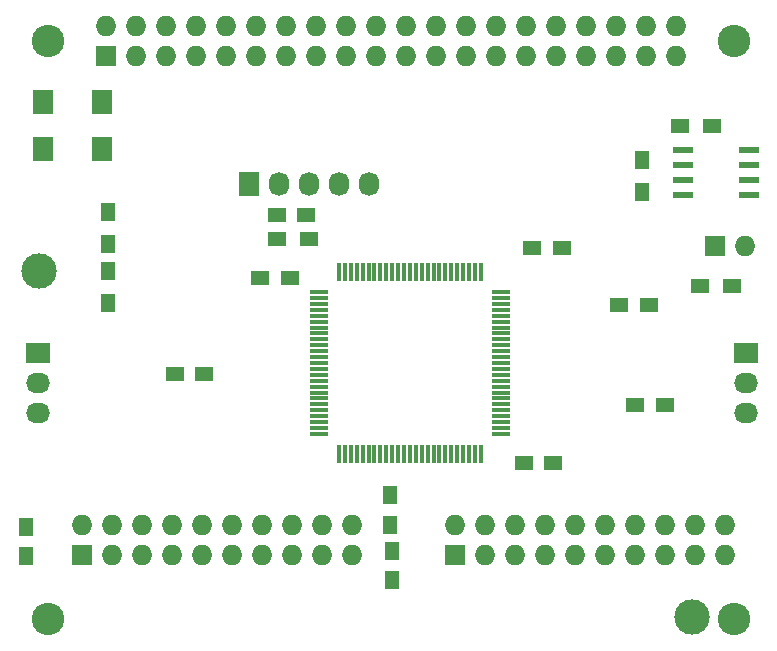
<source format=gts>
G04 #@! TF.FileFunction,Soldermask,Top*
%FSLAX46Y46*%
G04 Gerber Fmt 4.6, Leading zero omitted, Abs format (unit mm)*
G04 Created by KiCad (PCBNEW (after 2015-mar-04 BZR unknown)-product) date 11/19/2015 2:21:34 PM*
%MOMM*%
G01*
G04 APERTURE LIST*
%ADD10C,0.150000*%
%ADD11R,0.300000X1.500000*%
%ADD12R,1.500000X0.300000*%
%ADD13R,1.727200X2.032000*%
%ADD14O,1.727200X2.032000*%
%ADD15R,1.700000X2.000000*%
%ADD16R,2.032000X1.727200*%
%ADD17O,2.032000X1.727200*%
%ADD18R,1.727200X1.727200*%
%ADD19O,1.727200X1.727200*%
%ADD20R,1.500000X1.250000*%
%ADD21R,1.250000X1.500000*%
%ADD22R,1.500000X1.300000*%
%ADD23R,1.300000X1.500000*%
%ADD24C,3.000000*%
%ADD25C,2.750000*%
%ADD26R,1.651000X0.599440*%
G04 APERTURE END LIST*
D10*
D11*
X40098000Y-23105000D03*
X39598000Y-23105000D03*
X39098000Y-23105000D03*
X38598000Y-23105000D03*
X38098000Y-23105000D03*
X37598000Y-23105000D03*
X37098000Y-23105000D03*
X36598000Y-23105000D03*
X36098000Y-23105000D03*
X35598000Y-23105000D03*
X35098000Y-23105000D03*
X34598000Y-23105000D03*
X34098000Y-23105000D03*
X33598000Y-23105000D03*
X33098000Y-23105000D03*
X32598000Y-23105000D03*
X32098000Y-23105000D03*
X31598000Y-23105000D03*
X31098000Y-23105000D03*
X30598000Y-23105000D03*
X30098000Y-23105000D03*
X29598000Y-23105000D03*
X29098000Y-23105000D03*
X28598000Y-23105000D03*
X28098000Y-23105000D03*
D12*
X26398000Y-24805000D03*
X26398000Y-25305000D03*
X26398000Y-25805000D03*
X26398000Y-26305000D03*
X26398000Y-26805000D03*
X26398000Y-27305000D03*
X26398000Y-27805000D03*
X26398000Y-28305000D03*
X26398000Y-28805000D03*
X26398000Y-29305000D03*
X26398000Y-29805000D03*
X26398000Y-30305000D03*
X26398000Y-30805000D03*
X26398000Y-31305000D03*
X26398000Y-31805000D03*
X26398000Y-32305000D03*
X26398000Y-32805000D03*
X26398000Y-33305000D03*
X26398000Y-33805000D03*
X26398000Y-34305000D03*
X26398000Y-34805000D03*
X26398000Y-35305000D03*
X26398000Y-35805000D03*
X26398000Y-36305000D03*
X26398000Y-36805000D03*
D11*
X28098000Y-38505000D03*
X28598000Y-38505000D03*
X29098000Y-38505000D03*
X29598000Y-38505000D03*
X30098000Y-38505000D03*
X30598000Y-38505000D03*
X31098000Y-38505000D03*
X31598000Y-38505000D03*
X32098000Y-38505000D03*
X32598000Y-38505000D03*
X33098000Y-38505000D03*
X33598000Y-38505000D03*
X34098000Y-38505000D03*
X34598000Y-38505000D03*
X35098000Y-38505000D03*
X35598000Y-38505000D03*
X36098000Y-38505000D03*
X36598000Y-38505000D03*
X37098000Y-38505000D03*
X37598000Y-38505000D03*
X38098000Y-38505000D03*
X38598000Y-38505000D03*
X39098000Y-38505000D03*
X39598000Y-38505000D03*
X40098000Y-38505000D03*
D12*
X41798000Y-36805000D03*
X41798000Y-36305000D03*
X41798000Y-35805000D03*
X41798000Y-35305000D03*
X41798000Y-34805000D03*
X41798000Y-34305000D03*
X41798000Y-33805000D03*
X41798000Y-33305000D03*
X41798000Y-32805000D03*
X41798000Y-32305000D03*
X41798000Y-31805000D03*
X41798000Y-31305000D03*
X41798000Y-30805000D03*
X41798000Y-30305000D03*
X41798000Y-29805000D03*
X41798000Y-29305000D03*
X41798000Y-28805000D03*
X41798000Y-28305000D03*
X41798000Y-27805000D03*
X41798000Y-27305000D03*
X41798000Y-26805000D03*
X41798000Y-26305000D03*
X41798000Y-25805000D03*
X41798000Y-25305000D03*
X41798000Y-24805000D03*
D13*
X20509000Y-15615800D03*
D14*
X23049000Y-15615800D03*
X25589000Y-15615800D03*
X28129000Y-15615800D03*
X30669000Y-15615800D03*
D15*
X3000000Y-8700000D03*
X3000000Y-12700000D03*
X8001000Y-8668000D03*
X8001000Y-12668000D03*
D16*
X62546000Y-29916000D03*
D17*
X62546000Y-32456000D03*
X62546000Y-34996000D03*
D16*
X2602000Y-29916000D03*
D17*
X2602000Y-32456000D03*
X2602000Y-34996000D03*
D18*
X6361200Y-47035600D03*
D19*
X6361200Y-44495600D03*
X8901200Y-47035600D03*
X8901200Y-44495600D03*
X11441200Y-47035600D03*
X11441200Y-44495600D03*
X13981200Y-47035600D03*
X13981200Y-44495600D03*
X16521200Y-47035600D03*
X16521200Y-44495600D03*
X19061200Y-47035600D03*
X19061200Y-44495600D03*
X21601200Y-47035600D03*
X21601200Y-44495600D03*
X24141200Y-47035600D03*
X24141200Y-44495600D03*
X26681200Y-47035600D03*
X26681200Y-44495600D03*
X29221200Y-47035600D03*
X29221200Y-44495600D03*
D18*
X37958800Y-47035600D03*
D19*
X37958800Y-44495600D03*
X40498800Y-47035600D03*
X40498800Y-44495600D03*
X43038800Y-47035600D03*
X43038800Y-44495600D03*
X45578800Y-47035600D03*
X45578800Y-44495600D03*
X48118800Y-47035600D03*
X48118800Y-44495600D03*
X50658800Y-47035600D03*
X50658800Y-44495600D03*
X53198800Y-47035600D03*
X53198800Y-44495600D03*
X55738800Y-47035600D03*
X55738800Y-44495600D03*
X58278800Y-47035600D03*
X58278800Y-44495600D03*
X60818800Y-47035600D03*
X60818800Y-44495600D03*
D20*
X25315000Y-18232000D03*
X22815000Y-18232000D03*
X54336000Y-25908000D03*
X51836000Y-25908000D03*
D21*
X1586000Y-44668000D03*
X1586000Y-47168000D03*
D22*
X25542000Y-20264000D03*
X22842000Y-20264000D03*
D23*
X8545600Y-25728800D03*
X8545600Y-23028800D03*
X8545600Y-20699600D03*
X8545600Y-17999600D03*
D20*
X43719200Y-39263200D03*
X46219200Y-39263200D03*
X44470000Y-21082000D03*
X46970000Y-21082000D03*
X55668000Y-34361000D03*
X53168000Y-34361000D03*
D21*
X32447000Y-44501000D03*
X32447000Y-42001000D03*
X32574000Y-49200000D03*
X32574000Y-46700000D03*
D20*
X16679000Y-31694000D03*
X14179000Y-31694000D03*
X21418000Y-23566000D03*
X23918000Y-23566000D03*
D24*
X57974000Y-52268000D03*
X2667000Y-22987000D03*
D18*
X59942500Y-20899000D03*
D19*
X62482500Y-20899000D03*
D18*
X8370000Y-4770000D03*
D19*
X8370000Y-2230000D03*
X10910000Y-4770000D03*
X10910000Y-2230000D03*
X13450000Y-4770000D03*
X13450000Y-2230000D03*
X15990000Y-4770000D03*
X15990000Y-2230000D03*
X18530000Y-4770000D03*
X18530000Y-2230000D03*
X21070000Y-4770000D03*
X21070000Y-2230000D03*
X23610000Y-4770000D03*
X23610000Y-2230000D03*
X26150000Y-4770000D03*
X26150000Y-2230000D03*
X28690000Y-4770000D03*
X28690000Y-2230000D03*
X31230000Y-4770000D03*
X31230000Y-2230000D03*
X33770000Y-4770000D03*
X33770000Y-2230000D03*
X36310000Y-4770000D03*
X36310000Y-2230000D03*
X38850000Y-4770000D03*
X38850000Y-2230000D03*
X41390000Y-4770000D03*
X41390000Y-2230000D03*
X43930000Y-4770000D03*
X43930000Y-2230000D03*
X46470000Y-4770000D03*
X46470000Y-2230000D03*
X49010000Y-4770000D03*
X49010000Y-2230000D03*
X51550000Y-4770000D03*
X51550000Y-2230000D03*
X54090000Y-4770000D03*
X54090000Y-2230000D03*
X56630000Y-4770000D03*
X56630000Y-2230000D03*
D25*
X3500000Y-3500000D03*
X61500000Y-3500000D03*
X3500000Y-52500000D03*
X61500000Y-52500000D03*
D22*
X61356000Y-24264500D03*
X58656000Y-24264500D03*
D23*
X53783000Y-16343500D03*
X53783000Y-13643500D03*
D22*
X59641500Y-10739000D03*
X56941500Y-10739000D03*
D26*
X57212000Y-16581000D03*
X62800000Y-16581000D03*
X57212000Y-15311000D03*
X57212000Y-14041000D03*
X57212000Y-12771000D03*
X62800000Y-15311000D03*
X62800000Y-14041000D03*
X62800000Y-12771000D03*
M02*

</source>
